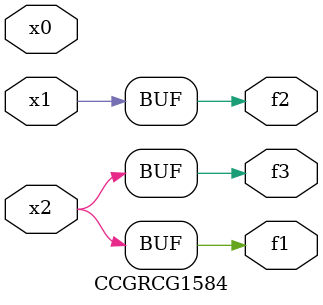
<source format=v>
module CCGRCG1584(
	input x0, x1, x2,
	output f1, f2, f3
);
	assign f1 = x2;
	assign f2 = x1;
	assign f3 = x2;
endmodule

</source>
